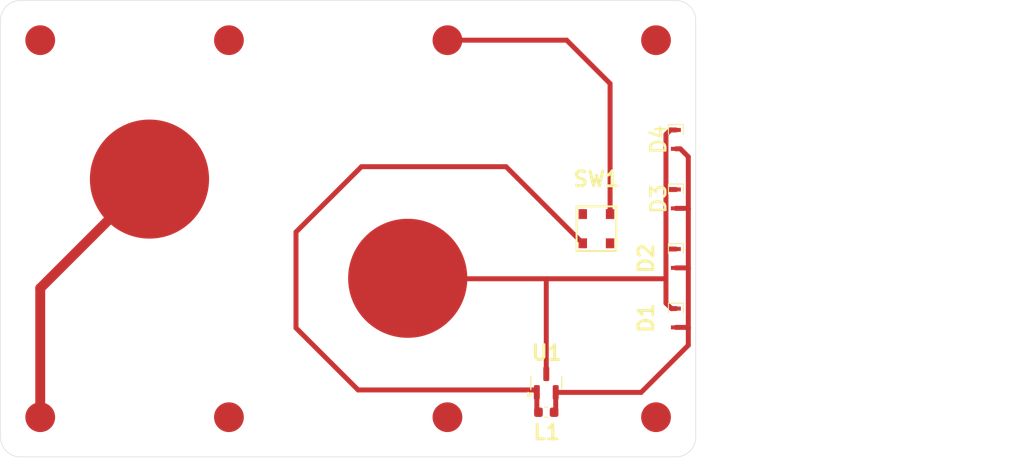
<source format=kicad_pcb>
(kicad_pcb (version 20240108) (generator "pcbnew") (generator_version "8.0")
  (layers (0 "F.Cu" signal) (31 "B.Cu" signal) (34 "B.Paste" user) (35 "F.Paste" user) (36 "B.SilkS" user "B.Silkscreen") (37 "F.SilkS" user "F.Silkscreen") (38 "B.Mask" user) (39 "F.Mask" user) (44 "Edge.Cuts" user))
  (net 0 "")
  (net 1 "Net-(U1-VCC)")
  (net 2 "/BATT1+")
  (net 5 "/BATT1-")
  (net 12 "GND")
  (net 13 "Net-(D1-A)")
  (footprint "lib:JLCPCB_SIDE_C409529" (layer "F.Cu") (at 198 109)
    (property "Reference" "D1" (at -3 0 90) (layer "F.SilkS") (effects (font (size 1.5 1.5) (thickness 0.3) (bold yes))))
    (property "Value" "LED")
    (fp_line (start -0.75 -1.5) (end 0.75 -1.5) (stroke (width 0.1)) (layer "F.SilkS"))
    (fp_line (start -0.75 -0.5) (end -0.75 -1.5) (stroke (width 0.1)) (layer "F.SilkS"))
    (fp_line (start 0.75 -1.5) (end 0.75 -0.5) (stroke (width 0.1)) (layer "F.SilkS"))
    (pad "1" smd rect (at 0 -0.95) (size 1 0.4) (layers "F.Cu" "F.Paste" "F.Mask") (net 12 "GND"))
    (pad "2" smd rect (at 0 0.95) (size 1 0.4) (layers "F.Cu" "F.Paste" "F.Mask") (net 13 "Net-(D1-A)"))
  )
  (footprint "lib:interconnect-base" (layer "F.Cu") (at 175 119)
    (property "Reference" "TP9" (hide yes))
    (property "Value" "TestPoint")
    (pad "1" smd circle (at 0 0) (size 3 3) (layers "F.Cu" "F.Paste" "F.Mask") (clearance 1))
  )
  (footprint "lib:JLCPCB_SIDE_C409529" (layer "F.Cu") (at 198 97)
    (property "Reference" "D3" (at -1.75 0 90) (layer "F.SilkS") (effects (font (size 1.5 1.5) (thickness 0.25) (bold yes))))
    (property "Value" "LED")
    (fp_line (start -0.75 -1.5) (end 0.75 -1.5) (stroke (width 0.1)) (layer "F.SilkS"))
    (fp_line (start -0.75 -0.5) (end -0.75 -1.5) (stroke (width 0.1)) (layer "F.SilkS"))
    (fp_line (start 0.75 -1.5) (end 0.75 -0.5) (stroke (width 0.1)) (layer "F.SilkS"))
    (pad "1" smd rect (at 0 -0.95) (size 1 0.4) (layers "F.Cu" "F.Paste" "F.Mask") (net 12 "GND"))
    (pad "2" smd rect (at 0 0.95) (size 1 0.4) (layers "F.Cu" "F.Paste" "F.Mask") (net 13 "Net-(D1-A)"))
  )
  (footprint "lib:interconnect-base" (layer "F.Cu") (at 175 81)
    (property "Reference" "TP1" (hide yes))
    (property "Value" "BATT1+")
    (pad "1" smd circle (at 0 0) (size 3 3) (layers "F.Cu" "F.Paste" "F.Mask") (net 2 "/BATT1+") (clearance 1))
  )
  (footprint "lib:SOT-23" (layer "F.Cu") (at 184.95 115.5625 90)
    (property "Reference" "U1" (at 3.0625 0.05 0) (layer "F.SilkS") (effects (font (size 1.5 1.5) (thickness 0.3))))
    (property "Value" "ZXSC380FHTA")
    (fp_line (start 0 -1.56) (end 0.65 -1.56) (stroke (width 0.12)) (layer "F.SilkS"))
    (fp_line (start 0 -1.56) (end -0.65 -1.56) (stroke (width 0.12)) (layer "F.SilkS"))
    (fp_line (start 0 1.56) (end 0.65 1.56) (stroke (width 0.12)) (layer "F.SilkS"))
    (fp_line (start 0 1.56) (end -0.65 1.56) (stroke (width 0.12)) (layer "F.SilkS"))
    (fp_poly (pts (xy -1.1625 -1.51) (xy -1.4025 -1.84) (xy -0.9225 -1.84) (xy -1.1625 -1.51)) (stroke (width 0.12)) (fill solid) (layer "F.SilkS"))
    (pad "1" smd roundrect (at -0.9375 -0.95 90) (size 1.475 0.6) (layers "F.Cu" "F.Paste" "F.Mask") (net 1 "Net-(U1-VCC)"))
    (pad "2" smd roundrect (at -0.9375 0.95 90) (size 1.475 0.6) (layers "F.Cu" "F.Paste" "F.Mask") (net 13 "Net-(D1-A)"))
    (pad "3" smd roundrect (at 0.9375 0 90) (size 1.475 0.6) (layers "F.Cu" "F.Paste" "F.Mask") (net 12 "GND"))
  )
  (footprint "lib:BUTTON_MEMBRANE_C256108" (layer "F.Cu") (at 190 100)
    (property "Reference" "SW1" (at 0 -5 0) (layer "F.SilkS") (effects (font (size 1.5 1.5) (thickness 0.3))))
    (property "Value" "SW_Push")
    (fp_rect (start -2 -2.25) (end 2 2.25) (stroke (width 0.2)) (fill none) (layer "F.SilkS"))
    (pad "1" smd rect (at 1.375 -1.475) (size 0.85 1) (layers "F.Cu" "F.Paste" "F.Mask") (net 2 "/BATT1+"))
    (pad "2" smd rect (at 1.375 1.475) (size 0.85 1) (layers "F.Cu" "F.Paste" "F.Mask"))
    (pad "3" smd rect (at -1.375 1.475) (size 0.85 1) (layers "F.Cu" "F.Paste" "F.Mask") (net 1 "Net-(U1-VCC)"))
    (pad "4" smd rect (at -1.375 -1.475) (size 0.85 1) (layers "F.Cu" "F.Paste" "F.Mask"))
  )
  (footprint "lib:interconnect-base" (layer "F.Cu") (at 134 81)
    (property "Reference" "TP10" (hide yes))
    (property "Value" "TestPoint")
    (pad "1" smd circle (at 0 0) (size 3 3) (layers "F.Cu" "F.Paste" "F.Mask") (clearance 1))
  )
  (footprint "lib:battery-base" (layer "F.Cu") (at 171 105)
    (property "Reference" "TP3" (hide yes))
    (property "Value" "BATT2-")
    (pad "1" smd circle (at 0 0) (size 12 12) (layers "F.Cu" "F.Paste" "F.Mask") (net 12 "GND") (clearance 5))
  )
  (footprint "lib:L_0603_1608Metric" (layer "F.Cu") (at 184.95 118.5)
    (property "Reference" "L1" (at 0.05 2 0) (layer "F.SilkS") (effects (font (size 1.5 1.5) (thickness 0.3))))
    (property "Value" "22uH")
    (fp_line (start -0.162779 -0.51) (end 0.162779 -0.51) (stroke (width 0.12)) (layer "F.SilkS"))
    (fp_line (start -0.162779 0.51) (end 0.162779 0.51) (stroke (width 0.12)) (layer "F.SilkS"))
    (pad "1" smd roundrect (at -0.7875 0) (size 0.875 0.95) (layers "F.Cu" "F.Paste" "F.Mask") (net 1 "Net-(U1-VCC)"))
    (pad "2" smd roundrect (at 0.7875 0) (size 0.875 0.95) (layers "F.Cu" "F.Paste" "F.Mask") (net 13 "Net-(D1-A)"))
  )
  (footprint "lib:interconnect-base" (layer "F.Cu") (at 196 119)
    (property "Reference" "TP5" (hide yes))
    (property "Value" "TestPoint")
    (pad "1" smd circle (at 0 0) (size 3 3) (layers "F.Cu" "F.Paste" "F.Mask") (clearance 1))
  )
  (footprint "lib:interconnect-base" (layer "F.Cu") (at 196 81)
    (property "Reference" "TP6" (hide yes))
    (property "Value" "TestPoint")
    (pad "1" smd circle (at 0 0) (size 3 3) (layers "F.Cu" "F.Paste" "F.Mask") (clearance 1))
  )
  (footprint "lib:JLCPCB_SIDE_C409529" (layer "F.Cu") (at 198 103)
    (property "Reference" "D2" (at -3 0 90) (layer "F.SilkS") (effects (font (size 1.5 1.5) (thickness 0.3) (bold yes))))
    (property "Value" "LED")
    (fp_line (start -0.75 -1.5) (end 0.75 -1.5) (stroke (width 0.1)) (layer "F.SilkS"))
    (fp_line (start -0.75 -0.5) (end -0.75 -1.5) (stroke (width 0.1)) (layer "F.SilkS"))
    (fp_line (start 0.75 -1.5) (end 0.75 -0.5) (stroke (width 0.1)) (layer "F.SilkS"))
    (pad "1" smd rect (at 0 -0.95) (size 1 0.4) (layers "F.Cu" "F.Paste" "F.Mask") (net 12 "GND"))
    (pad "2" smd rect (at 0 0.95) (size 1 0.4) (layers "F.Cu" "F.Paste" "F.Mask") (net 13 "Net-(D1-A)"))
  )
  (footprint "lib:battery-base" (layer "F.Cu") (at 145 95)
    (property "Reference" "TP2" (hide yes))
    (property "Value" "BATT1-")
    (pad "1" smd circle (at 0 0) (size 12 12) (layers "F.Cu" "F.Paste" "F.Mask") (net 5 "/BATT1-") (clearance 5))
  )
  (footprint "lib:interconnect-base" (layer "F.Cu") (at 153 81)
    (property "Reference" "TP8" (hide yes))
    (property "Value" "TestPoint")
    (pad "1" smd circle (at 0 0) (size 3 3) (layers "F.Cu" "F.Paste" "F.Mask") (clearance 1))
  )
  (footprint "lib:interconnect-base" (layer "F.Cu") (at 134 119)
    (property "Reference" "TP4" (hide yes))
    (property "Value" "BATT2+")
    (pad "1" smd circle (at 0 0) (size 3 3) (layers "F.Cu" "F.Paste" "F.Mask") (net 5 "/BATT1-") (clearance 1))
  )
  (footprint "lib:interconnect-base" (layer "F.Cu") (at 153 119)
    (property "Reference" "TP7" (hide yes))
    (property "Value" "TestPoint")
    (pad "1" smd circle (at 0 0) (size 3 3) (layers "F.Cu" "F.Paste" "F.Mask") (clearance 1))
  )
  (footprint "lib:JLCPCB_SIDE_C409529" (layer "F.Cu") (at 198 91)
    (property "Reference" "D4" (at -1.75 0 90) (layer "F.SilkS") (effects (font (size 1.5 1.5) (thickness 0.25) (bold yes))))
    (property "Value" "LED")
    (fp_line (start -0.75 -1.5) (end 0.75 -1.5) (stroke (width 0.1)) (layer "F.SilkS"))
    (fp_line (start -0.75 -0.5) (end -0.75 -1.5) (stroke (width 0.1)) (layer "F.SilkS"))
    (fp_line (start 0.75 -1.5) (end 0.75 -0.5) (stroke (width 0.1)) (layer "F.SilkS"))
    (pad "1" smd rect (at 0 -0.95) (size 1 0.4) (layers "F.Cu" "F.Paste" "F.Mask") (net 12 "GND"))
    (pad "2" smd rect (at 0 0.95) (size 1 0.4) (layers "F.Cu" "F.Paste" "F.Mask") (net 13 "Net-(D1-A)"))
  )
  (gr_arc (start 132 123) (mid 130.585786 122.414214) (end 130 121) (stroke (width 0.05)) (layer "Edge.Cuts"))
  (gr_line (start 200 79) (end 200 121) (stroke (width 0.05)) (layer "Edge.Cuts"))
  (gr_line (start 198 77) (end 132 77) (stroke (width 0.05)) (layer "Edge.Cuts"))
  (gr_arc (start 200 121) (mid 199.414214 122.414214) (end 198 123) (stroke (width 0.05)) (layer "Edge.Cuts"))
  (gr_line (start 130 121) (end 130 79) (stroke (width 0.05)) (layer "Edge.Cuts"))
  (gr_line (start 198 123) (end 132 123) (stroke (width 0.05)) (layer "Edge.Cuts"))
  (gr_arc (start 198 77) (mid 199.414214 77.585786) (end 200 79) (stroke (width 0.05)) (layer "Edge.Cuts"))
  (gr_arc (start 130 79) (mid 130.585786 77.585786) (end 132 77) (stroke (width 0.05)) (layer "Edge.Cuts"))
  (segment (start 188.625 101.475) (end 180.9 93.75) (width 0.5) (layer "F.Cu") (net 1))
  (segment (start 159.75 110) (end 166 116.25) (width 0.5) (layer "F.Cu") (net 1))
  (segment (start 183.75 116.25) (end 184 116.5) (width 0.5) (layer "F.Cu") (net 1))
  (segment (start 159.75 100.340097) (end 159.75 110) (width 0.5) (layer "F.Cu") (net 1))
  (segment (start 166.340097 93.75) (end 159.75 100.340097) (width 0.5) (layer "F.Cu") (net 1))
  (segment (start 184 116.5) (end 184 118.3375) (width 0.5) (layer "F.Cu") (net 1))
  (segment (start 180.9 93.75) (end 166.340097 93.75) (width 0.5) (layer "F.Cu") (net 1))
  (segment (start 166 116.25) (end 183.75 116.25) (width 0.5) (layer "F.Cu") (net 1))
  (segment (start 187 81) (end 191.375 85.375) (width 0.5) (layer "F.Cu") (net 2))
  (segment (start 191.375 85.375) (end 191.375 98.525) (width 0.5) (layer "F.Cu") (net 2))
  (segment (start 175 81) (end 187 81) (width 0.5) (layer "F.Cu") (net 2))
  (segment (start 145 95) (end 134 106) (width 1) (layer "F.Cu") (net 5))
  (segment (start 134 106) (end 134 119) (width 1) (layer "F.Cu") (net 5))
  (segment (start 197 90.5) (end 197.45 90.05) (width 0.5) (layer "F.Cu") (net 12))
  (segment (start 198 102.05) (end 197.05 102.05) (width 0.5) (layer "F.Cu") (net 12))
  (segment (start 198 96.05) (end 197.05 96.05) (width 0.5) (layer "F.Cu") (net 12))
  (segment (start 197 107.5) (end 197.55 108.05) (width 0.5) (layer "F.Cu") (net 12))
  (segment (start 171.05 105.05) (end 185 105.05) (width 0.5) (layer "F.Cu") (net 12))
  (segment (start 197.55 108.05) (end 198 108.05) (width 0.5) (layer "F.Cu") (net 12))
  (segment (start 184.95 114.625) (end 184.95 105.1) (width 0.5) (layer "F.Cu") (net 12))
  (segment (start 197.45 90.05) (end 198 90.05) (width 0.5) (layer "F.Cu") (net 12))
  (segment (start 197.05 96.05) (end 197 96) (width 0.5) (layer "F.Cu") (net 12))
  (segment (start 197 102) (end 197 96) (width 0.5) (layer "F.Cu") (net 12))
  (segment (start 197 96) (end 197 90.5) (width 0.5) (layer "F.Cu") (net 12))
  (segment (start 197 105.05) (end 197 107.5) (width 0.5) (layer "F.Cu") (net 12))
  (segment (start 184.95 105.1) (end 185 105.05) (width 0.5) (layer "F.Cu") (net 12))
  (segment (start 197 105.05) (end 197 102) (width 0.5) (layer "F.Cu") (net 12))
  (segment (start 185 105.05) (end 197 105.05) (width 0.5) (layer "F.Cu") (net 12))
  (segment (start 197.05 102.05) (end 197 102) (width 0.5) (layer "F.Cu") (net 12))
  (segment (start 199.2 103.95) (end 199.25 104) (width 0.5) (layer "F.Cu") (net 13))
  (segment (start 199.25 111.75) (end 199.25 110) (width 0.5) (layer "F.Cu") (net 13))
  (segment (start 198.45 91.95) (end 198 91.95) (width 0.5) (layer "F.Cu") (net 13))
  (segment (start 198 97.95) (end 199.2 97.95) (width 0.5) (layer "F.Cu") (net 13))
  (segment (start 199.25 110) (end 199.25 104) (width 0.5) (layer "F.Cu") (net 13))
  (segment (start 199.2 109.95) (end 199.25 110) (width 0.5) (layer "F.Cu") (net 13))
  (segment (start 199.2 97.95) (end 199.25 98) (width 0.5) (layer "F.Cu") (net 13))
  (segment (start 199.25 98) (end 199.25 92.75) (width 0.5) (layer "F.Cu") (net 13))
  (segment (start 198 103.95) (end 199.2 103.95) (width 0.5) (layer "F.Cu") (net 13))
  (segment (start 185.9 116.5) (end 185.9 118.3375) (width 0.5) (layer "F.Cu") (net 13))
  (segment (start 198 109.95) (end 199.2 109.95) (width 0.5) (layer "F.Cu") (net 13))
  (segment (start 199.25 92.75) (end 198.45 91.95) (width 0.5) (layer "F.Cu") (net 13))
  (segment (start 194.5 116.5) (end 199.25 111.75) (width 0.5) (layer "F.Cu") (net 13))
  (segment (start 185.9 116.5) (end 194.5 116.5) (width 0.5) (layer "F.Cu") (net 13))
  (segment (start 199.25 104) (end 199.25 98) (width 0.5) (layer "F.Cu") (net 13))
)
</source>
